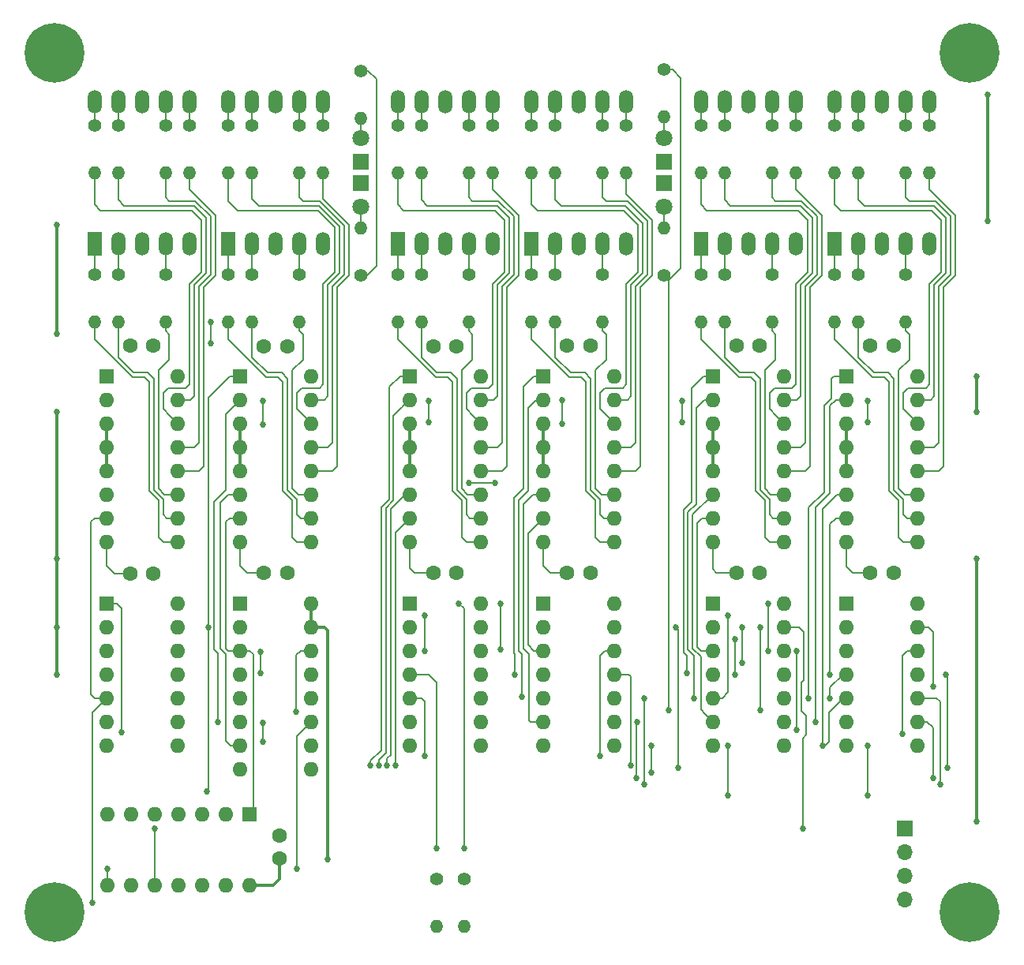
<source format=gbr>
G04 #@! TF.GenerationSoftware,KiCad,Pcbnew,(5.1.8)-1*
G04 #@! TF.CreationDate,2021-01-31T20:23:03-05:00*
G04 #@! TF.ProjectId,TTL_Logic_Clock_revA,54544c5f-4c6f-4676-9963-5f436c6f636b,rev?*
G04 #@! TF.SameCoordinates,Original*
G04 #@! TF.FileFunction,Copper,L1,Top*
G04 #@! TF.FilePolarity,Positive*
%FSLAX46Y46*%
G04 Gerber Fmt 4.6, Leading zero omitted, Abs format (unit mm)*
G04 Created by KiCad (PCBNEW (5.1.8)-1) date 2021-01-31 20:23:03*
%MOMM*%
%LPD*%
G01*
G04 APERTURE LIST*
G04 #@! TA.AperFunction,ComponentPad*
%ADD10O,1.400000X1.400000*%
G04 #@! TD*
G04 #@! TA.AperFunction,ComponentPad*
%ADD11C,1.400000*%
G04 #@! TD*
G04 #@! TA.AperFunction,ComponentPad*
%ADD12O,1.600000X1.600000*%
G04 #@! TD*
G04 #@! TA.AperFunction,ComponentPad*
%ADD13R,1.600000X1.600000*%
G04 #@! TD*
G04 #@! TA.AperFunction,ComponentPad*
%ADD14O,1.700000X1.700000*%
G04 #@! TD*
G04 #@! TA.AperFunction,ComponentPad*
%ADD15R,1.700000X1.700000*%
G04 #@! TD*
G04 #@! TA.AperFunction,ComponentPad*
%ADD16C,6.400000*%
G04 #@! TD*
G04 #@! TA.AperFunction,ComponentPad*
%ADD17R,1.800000X1.800000*%
G04 #@! TD*
G04 #@! TA.AperFunction,ComponentPad*
%ADD18C,1.800000*%
G04 #@! TD*
G04 #@! TA.AperFunction,ComponentPad*
%ADD19C,1.600000*%
G04 #@! TD*
G04 #@! TA.AperFunction,ComponentPad*
%ADD20R,1.524000X2.524000*%
G04 #@! TD*
G04 #@! TA.AperFunction,ComponentPad*
%ADD21O,1.524000X2.524000*%
G04 #@! TD*
G04 #@! TA.AperFunction,ViaPad*
%ADD22C,0.685800*%
G04 #@! TD*
G04 #@! TA.AperFunction,Conductor*
%ADD23C,0.203200*%
G04 #@! TD*
G04 #@! TA.AperFunction,Conductor*
%ADD24C,0.355600*%
G04 #@! TD*
G04 APERTURE END LIST*
D10*
X104394000Y-128651000D03*
D11*
X104394000Y-123571000D03*
D10*
X101473000Y-128651000D03*
D11*
X101473000Y-123571000D03*
D12*
X153045000Y-93980000D03*
X145425000Y-109220000D03*
X153045000Y-96520000D03*
X145425000Y-106680000D03*
X153045000Y-99060000D03*
X145425000Y-104140000D03*
X153045000Y-101600000D03*
X145425000Y-101600000D03*
X153045000Y-104140000D03*
X145425000Y-99060000D03*
X153045000Y-106680000D03*
X145425000Y-96520000D03*
X153045000Y-109220000D03*
D13*
X145425000Y-93980000D03*
D12*
X138694000Y-93980000D03*
X131074000Y-109220000D03*
X138694000Y-96520000D03*
X131074000Y-106680000D03*
X138694000Y-99060000D03*
X131074000Y-104140000D03*
X138694000Y-101600000D03*
X131074000Y-101600000D03*
X138694000Y-104140000D03*
X131074000Y-99060000D03*
X138694000Y-106680000D03*
X131074000Y-96520000D03*
X138694000Y-109220000D03*
D13*
X131074000Y-93980000D03*
X112913000Y-93980000D03*
D12*
X120533000Y-109220000D03*
X112913000Y-96520000D03*
X120533000Y-106680000D03*
X112913000Y-99060000D03*
X120533000Y-104140000D03*
X112913000Y-101600000D03*
X120533000Y-101600000D03*
X112913000Y-104140000D03*
X120533000Y-99060000D03*
X112913000Y-106680000D03*
X120533000Y-96520000D03*
X112913000Y-109220000D03*
X120533000Y-93980000D03*
X153045000Y-69596000D03*
X145425000Y-87376000D03*
X153045000Y-72136000D03*
X145425000Y-84836000D03*
X153045000Y-74676000D03*
X145425000Y-82296000D03*
X153045000Y-77216000D03*
X145425000Y-79756000D03*
X153045000Y-79756000D03*
X145425000Y-77216000D03*
X153045000Y-82296000D03*
X145425000Y-74676000D03*
X153045000Y-84836000D03*
X145425000Y-72136000D03*
X153045000Y-87376000D03*
D13*
X145425000Y-69596000D03*
D12*
X138694000Y-69596000D03*
X131074000Y-87376000D03*
X138694000Y-72136000D03*
X131074000Y-84836000D03*
X138694000Y-74676000D03*
X131074000Y-82296000D03*
X138694000Y-77216000D03*
X131074000Y-79756000D03*
X138694000Y-79756000D03*
X131074000Y-77216000D03*
X138694000Y-82296000D03*
X131074000Y-74676000D03*
X138694000Y-84836000D03*
X131074000Y-72136000D03*
X138694000Y-87376000D03*
D13*
X131074000Y-69596000D03*
D12*
X120533000Y-69596000D03*
X112913000Y-87376000D03*
X120533000Y-72136000D03*
X112913000Y-84836000D03*
X120533000Y-74676000D03*
X112913000Y-82296000D03*
X120533000Y-77216000D03*
X112913000Y-79756000D03*
X120533000Y-79756000D03*
X112913000Y-77216000D03*
X120533000Y-82296000D03*
X112913000Y-74676000D03*
X120533000Y-84836000D03*
X112913000Y-72136000D03*
X120533000Y-87376000D03*
D13*
X112913000Y-69596000D03*
X98562000Y-69596000D03*
D12*
X106182000Y-87376000D03*
X98562000Y-72136000D03*
X106182000Y-84836000D03*
X98562000Y-74676000D03*
X106182000Y-82296000D03*
X98562000Y-77216000D03*
X106182000Y-79756000D03*
X98562000Y-79756000D03*
X106182000Y-77216000D03*
X98562000Y-82296000D03*
X106182000Y-74676000D03*
X98562000Y-84836000D03*
X106182000Y-72136000D03*
X98562000Y-87376000D03*
X106182000Y-69596000D03*
D13*
X80401000Y-93980000D03*
D12*
X88021000Y-111760000D03*
X80401000Y-96520000D03*
X88021000Y-109220000D03*
X80401000Y-99060000D03*
X88021000Y-106680000D03*
X80401000Y-101600000D03*
X88021000Y-104140000D03*
X80401000Y-104140000D03*
X88021000Y-101600000D03*
X80401000Y-106680000D03*
X88021000Y-99060000D03*
X80401000Y-109220000D03*
X88021000Y-96520000D03*
X80401000Y-111760000D03*
X88021000Y-93980000D03*
X88021000Y-69596000D03*
X80401000Y-87376000D03*
X88021000Y-72136000D03*
X80401000Y-84836000D03*
X88021000Y-74676000D03*
X80401000Y-82296000D03*
X88021000Y-77216000D03*
X80401000Y-79756000D03*
X88021000Y-79756000D03*
X80401000Y-77216000D03*
X88021000Y-82296000D03*
X80401000Y-74676000D03*
X88021000Y-84836000D03*
X80401000Y-72136000D03*
X88021000Y-87376000D03*
D13*
X80401000Y-69596000D03*
D12*
X73670000Y-69596000D03*
X66050000Y-87376000D03*
X73670000Y-72136000D03*
X66050000Y-84836000D03*
X73670000Y-74676000D03*
X66050000Y-82296000D03*
X73670000Y-77216000D03*
X66050000Y-79756000D03*
X73670000Y-79756000D03*
X66050000Y-77216000D03*
X73670000Y-82296000D03*
X66050000Y-74676000D03*
X73670000Y-84836000D03*
X66050000Y-72136000D03*
X73670000Y-87376000D03*
D13*
X66050000Y-69596000D03*
D12*
X106182000Y-93980000D03*
X98562000Y-109220000D03*
X106182000Y-96520000D03*
X98562000Y-106680000D03*
X106182000Y-99060000D03*
X98562000Y-104140000D03*
X106182000Y-101600000D03*
X98562000Y-101600000D03*
X106182000Y-104140000D03*
X98562000Y-99060000D03*
X106182000Y-106680000D03*
X98562000Y-96520000D03*
X106182000Y-109220000D03*
D13*
X98562000Y-93980000D03*
X81350000Y-116586000D03*
D12*
X66110000Y-124206000D03*
X78810000Y-116586000D03*
X68650000Y-124206000D03*
X76270000Y-116586000D03*
X71190000Y-124206000D03*
X73730000Y-116586000D03*
X73730000Y-124206000D03*
X71190000Y-116586000D03*
X76270000Y-124206000D03*
X68650000Y-116586000D03*
X78810000Y-124206000D03*
X66110000Y-116586000D03*
X81350000Y-124206000D03*
D13*
X66050000Y-93980000D03*
D12*
X73670000Y-109220000D03*
X66050000Y-96520000D03*
X73670000Y-106680000D03*
X66050000Y-99060000D03*
X73670000Y-104140000D03*
X66050000Y-101600000D03*
X73670000Y-101600000D03*
X66050000Y-104140000D03*
X73670000Y-99060000D03*
X66050000Y-106680000D03*
X73670000Y-96520000D03*
X66050000Y-109220000D03*
X73670000Y-93980000D03*
D10*
X125857000Y-53721000D03*
D11*
X125857000Y-58801000D03*
D10*
X125857000Y-41783000D03*
D11*
X125857000Y-36703000D03*
D10*
X93345000Y-53721000D03*
D11*
X93345000Y-58801000D03*
D10*
X93345000Y-41910000D03*
D11*
X93345000Y-36830000D03*
D10*
X144145000Y-47752000D03*
D11*
X144145000Y-42672000D03*
D10*
X146685000Y-47752000D03*
D11*
X146685000Y-42672000D03*
D10*
X144145000Y-63754000D03*
D11*
X144145000Y-58674000D03*
D10*
X146685000Y-63754000D03*
D11*
X146685000Y-58674000D03*
D10*
X151765000Y-63754000D03*
D11*
X151765000Y-58674000D03*
D10*
X154305000Y-47752000D03*
D11*
X154305000Y-42672000D03*
D10*
X151765000Y-47752000D03*
D11*
X151765000Y-42672000D03*
D10*
X129794000Y-47752000D03*
D11*
X129794000Y-42672000D03*
D10*
X132334000Y-47752000D03*
D11*
X132334000Y-42672000D03*
D10*
X129794000Y-63754000D03*
D11*
X129794000Y-58674000D03*
D10*
X132334000Y-63754000D03*
D11*
X132334000Y-58674000D03*
D10*
X137414000Y-63754000D03*
D11*
X137414000Y-58674000D03*
D10*
X139954000Y-47752000D03*
D11*
X139954000Y-42672000D03*
D10*
X137414000Y-47752000D03*
D11*
X137414000Y-42672000D03*
D10*
X111633000Y-47752000D03*
D11*
X111633000Y-42672000D03*
D10*
X114173000Y-47752000D03*
D11*
X114173000Y-42672000D03*
X111633000Y-58674000D03*
D10*
X111633000Y-63754000D03*
D11*
X114173000Y-58674000D03*
D10*
X114173000Y-63754000D03*
D11*
X119253000Y-58674000D03*
D10*
X119253000Y-63754000D03*
X121793000Y-47752000D03*
D11*
X121793000Y-42672000D03*
D10*
X119253000Y-47752000D03*
D11*
X119253000Y-42672000D03*
D10*
X97282000Y-47752000D03*
D11*
X97282000Y-42672000D03*
D10*
X99822000Y-47752000D03*
D11*
X99822000Y-42672000D03*
D10*
X97282000Y-63754000D03*
D11*
X97282000Y-58674000D03*
D10*
X99822000Y-63754000D03*
D11*
X99822000Y-58674000D03*
D10*
X104902000Y-63754000D03*
D11*
X104902000Y-58674000D03*
D10*
X107442000Y-47752000D03*
D11*
X107442000Y-42672000D03*
D10*
X104902000Y-47752000D03*
D11*
X104902000Y-42672000D03*
D10*
X79121000Y-47752000D03*
D11*
X79121000Y-42672000D03*
D10*
X81661000Y-47752000D03*
D11*
X81661000Y-42672000D03*
D10*
X79121000Y-63754000D03*
D11*
X79121000Y-58674000D03*
D10*
X81661000Y-63754000D03*
D11*
X81661000Y-58674000D03*
D10*
X86741000Y-63754000D03*
D11*
X86741000Y-58674000D03*
D10*
X89281000Y-47752000D03*
D11*
X89281000Y-42672000D03*
D10*
X86741000Y-47752000D03*
D11*
X86741000Y-42672000D03*
D10*
X64770000Y-47752000D03*
D11*
X64770000Y-42672000D03*
D10*
X67310000Y-47752000D03*
D11*
X67310000Y-42672000D03*
X64770000Y-58674000D03*
D10*
X64770000Y-63754000D03*
D11*
X67310000Y-58674000D03*
D10*
X67310000Y-63754000D03*
D11*
X72390000Y-58674000D03*
D10*
X72390000Y-63754000D03*
X74930000Y-47752000D03*
D11*
X74930000Y-42672000D03*
D10*
X72390000Y-47752000D03*
D11*
X72390000Y-42672000D03*
D14*
X151638000Y-125730000D03*
X151638000Y-123190000D03*
X151638000Y-120650000D03*
D15*
X151638000Y-118110000D03*
D16*
X158623000Y-127127000D03*
X60452000Y-127127000D03*
X158623000Y-34925000D03*
X60452000Y-34925000D03*
D17*
X125857000Y-48895000D03*
D18*
X125857000Y-51435000D03*
X125857000Y-44069000D03*
D17*
X125857000Y-46609000D03*
D18*
X93345000Y-51435000D03*
D17*
X93345000Y-48895000D03*
X93345000Y-46609000D03*
D18*
X93345000Y-44069000D03*
D19*
X147975000Y-66294000D03*
X150475000Y-66294000D03*
X133624000Y-66357500D03*
X136124000Y-66357500D03*
X115463000Y-66357500D03*
X117963000Y-66357500D03*
X101112000Y-66421000D03*
X103612000Y-66421000D03*
X82951000Y-90678000D03*
X85451000Y-90678000D03*
X82951000Y-66421000D03*
X85451000Y-66421000D03*
X68600000Y-66294000D03*
X71100000Y-66294000D03*
X103612000Y-90678000D03*
X101112000Y-90678000D03*
X150475000Y-90678000D03*
X147975000Y-90678000D03*
X136124000Y-90678000D03*
X133624000Y-90678000D03*
X115463000Y-90678000D03*
X117963000Y-90678000D03*
X84582000Y-118872000D03*
X84582000Y-121372000D03*
X71100000Y-90805000D03*
X68600000Y-90805000D03*
D20*
X129794000Y-55384700D03*
D21*
X132334000Y-55384700D03*
X134874000Y-55384700D03*
X137414000Y-55384700D03*
X139954000Y-55384700D03*
X139954000Y-40144700D03*
X137414000Y-40144700D03*
X134874000Y-40144700D03*
X132334000Y-40144700D03*
X129794000Y-40144700D03*
D20*
X111633000Y-55384700D03*
D21*
X114173000Y-55384700D03*
X116713000Y-55384700D03*
X119253000Y-55384700D03*
X121793000Y-55384700D03*
X121793000Y-40144700D03*
X119253000Y-40144700D03*
X116713000Y-40144700D03*
X114173000Y-40144700D03*
X111633000Y-40144700D03*
D20*
X97282000Y-55384700D03*
D21*
X99822000Y-55384700D03*
X102362000Y-55384700D03*
X104902000Y-55384700D03*
X107442000Y-55384700D03*
X107442000Y-40144700D03*
X104902000Y-40144700D03*
X102362000Y-40144700D03*
X99822000Y-40144700D03*
X97282000Y-40144700D03*
D20*
X79121000Y-55384700D03*
D21*
X81661000Y-55384700D03*
X84201000Y-55384700D03*
X86741000Y-55384700D03*
X89281000Y-55384700D03*
X89281000Y-40144700D03*
X86741000Y-40144700D03*
X84201000Y-40144700D03*
X81661000Y-40144700D03*
X79121000Y-40144700D03*
D20*
X64770000Y-55384700D03*
D21*
X67310000Y-55384700D03*
X69850000Y-55384700D03*
X72390000Y-55384700D03*
X74930000Y-55384700D03*
X74930000Y-40144700D03*
X72390000Y-40144700D03*
X69850000Y-40144700D03*
X67310000Y-40144700D03*
X64770000Y-40144700D03*
D20*
X144145000Y-55384700D03*
D21*
X146685000Y-55384700D03*
X149225000Y-55384700D03*
X151765000Y-55384700D03*
X154305000Y-55384700D03*
X154305000Y-40144700D03*
X151765000Y-40144700D03*
X149225000Y-40144700D03*
X146685000Y-40144700D03*
X144145000Y-40144700D03*
D22*
X160528000Y-39370000D03*
X160528000Y-52958996D03*
X60706000Y-53340002D03*
X60706000Y-65023998D03*
X159385000Y-69596000D03*
X159385000Y-73406000D03*
X60706000Y-73406000D03*
X60706000Y-89154000D03*
X60706000Y-101600000D03*
X89789000Y-121412000D03*
X159384996Y-89154000D03*
X159384996Y-117347998D03*
X60706000Y-96520000D03*
X82804000Y-74803000D03*
X82804000Y-72263000D03*
X77216000Y-63754000D03*
X77216000Y-66040000D03*
X100584000Y-72263000D03*
X100584000Y-74549000D03*
X114935000Y-72136000D03*
X114935000Y-74676000D03*
X104902000Y-81026000D03*
X107696000Y-81026000D03*
X132715000Y-109220000D03*
X132715000Y-114554000D03*
X147701000Y-109220000D03*
X147701000Y-114554000D03*
X108331000Y-93980000D03*
X108331000Y-98933000D03*
X127762000Y-72263000D03*
X127762008Y-74549000D03*
X82550000Y-99187000D03*
X82550000Y-101473000D03*
X82804000Y-106807000D03*
X82804000Y-108839000D03*
X147701000Y-72263000D03*
X147701000Y-74549000D03*
X136144000Y-96520000D03*
X136144000Y-105410000D03*
X126365000Y-105410000D03*
X140716000Y-118110000D03*
X64516000Y-126111006D03*
X66110000Y-122498002D03*
X86487000Y-122428000D03*
X67691000Y-107823000D03*
X71247000Y-118110000D03*
X76949290Y-96520000D03*
X76835000Y-114173000D03*
X156083000Y-101600000D03*
X156210000Y-111633000D03*
X127381000Y-111633000D03*
X127127000Y-96520000D03*
X151384000Y-107950000D03*
X118999000Y-110362992D03*
X100203008Y-110362992D03*
X110617000Y-104013000D03*
X97027979Y-111386666D03*
X122250183Y-111379000D03*
X109855000Y-101600000D03*
X154686000Y-102870000D03*
X94361000Y-111379000D03*
X123698000Y-113411000D03*
X123698000Y-104139988D03*
X155448000Y-113411000D03*
X95250000Y-111379000D03*
X122897899Y-112763290D03*
X122923292Y-106718101D03*
X154673290Y-112763290D03*
X96139000Y-111379000D03*
X124460000Y-109220000D03*
X124462541Y-112115580D03*
X100203000Y-99060000D03*
X100203000Y-95250000D03*
X142875000Y-109220000D03*
X142113000Y-106680000D03*
X141351000Y-104140000D03*
X143637000Y-104140000D03*
X128270000Y-101473000D03*
X133477000Y-97790000D03*
X133477000Y-101600000D03*
X143637000Y-101600000D03*
X129031966Y-104140000D03*
X132715012Y-95250000D03*
X86398199Y-105575199D03*
X77978000Y-106680000D03*
X137033000Y-93980000D03*
X137033000Y-99060000D03*
X140081000Y-99060000D03*
X140081000Y-107569000D03*
X134239000Y-100330000D03*
X134239000Y-96520000D03*
X101473000Y-120269000D03*
X104394000Y-120269000D03*
X103822500Y-93980000D03*
D23*
X64770000Y-55384700D02*
X64770000Y-56849900D01*
X64770000Y-56849900D02*
X64770000Y-58674000D01*
X67310000Y-55384700D02*
X67310000Y-56849900D01*
X67310000Y-56849900D02*
X67310000Y-58674000D01*
X72390000Y-56849900D02*
X72390000Y-58674000D01*
X72390000Y-55384700D02*
X72390000Y-56849900D01*
X74930000Y-40144700D02*
X74930000Y-42672000D01*
X72390000Y-40144700D02*
X72390000Y-42672000D01*
X67310000Y-40144700D02*
X67310000Y-42672000D01*
X64770000Y-40144700D02*
X64770000Y-42672000D01*
X79121000Y-55384700D02*
X79121000Y-56849900D01*
X79121000Y-56849900D02*
X79121000Y-58674000D01*
X81661000Y-56849900D02*
X81661000Y-58674000D01*
X81661000Y-55384700D02*
X81661000Y-56849900D01*
X86741000Y-55384700D02*
X86741000Y-56849900D01*
X86741000Y-56849900D02*
X86741000Y-58674000D01*
X89281000Y-40144700D02*
X89281000Y-42672000D01*
X86741000Y-40144700D02*
X86741000Y-42672000D01*
X81661000Y-40144700D02*
X81661000Y-42672000D01*
X79121000Y-40144700D02*
X79121000Y-42672000D01*
X97282000Y-55384700D02*
X97282000Y-56849900D01*
X97282000Y-56849900D02*
X97282000Y-58674000D01*
X99822000Y-55384700D02*
X99822000Y-56849900D01*
X99822000Y-56849900D02*
X99822000Y-58674000D01*
X104902000Y-56849900D02*
X104902000Y-58674000D01*
X104902000Y-55384700D02*
X104902000Y-56849900D01*
X107442000Y-40144700D02*
X107442000Y-42672000D01*
X104902000Y-40144700D02*
X104902000Y-42672000D01*
X99822000Y-40144700D02*
X99822000Y-42672000D01*
X97282000Y-40144700D02*
X97282000Y-42672000D01*
X111633000Y-55384700D02*
X111633000Y-56849900D01*
X111633000Y-56849900D02*
X111633000Y-58674000D01*
X114173000Y-56849900D02*
X114173000Y-58674000D01*
X114173000Y-55384700D02*
X114173000Y-56849900D01*
X119253000Y-55384700D02*
X119253000Y-56849900D01*
X119253000Y-56849900D02*
X119253000Y-58674000D01*
X121793000Y-40144700D02*
X121793000Y-42672000D01*
X119253000Y-40144700D02*
X119253000Y-42672000D01*
X114173000Y-40144700D02*
X114173000Y-42672000D01*
X111633000Y-40144700D02*
X111633000Y-42672000D01*
X129794000Y-55384700D02*
X129794000Y-56849900D01*
X129794000Y-56849900D02*
X129794000Y-58674000D01*
X132334000Y-56849900D02*
X132334000Y-58674000D01*
X132334000Y-55384700D02*
X132334000Y-56849900D01*
X137414000Y-56849900D02*
X137414000Y-58674000D01*
X137414000Y-55384700D02*
X137414000Y-56849900D01*
X139954000Y-40144700D02*
X139954000Y-42672000D01*
X137414000Y-40144700D02*
X137414000Y-42672000D01*
X132334000Y-40144700D02*
X132334000Y-42672000D01*
X129794000Y-40144700D02*
X129794000Y-42672000D01*
X144145000Y-56849900D02*
X144145000Y-58674000D01*
X144145000Y-55384700D02*
X144145000Y-56849900D01*
X146685000Y-56849900D02*
X146685000Y-58674000D01*
X146685000Y-55384700D02*
X146685000Y-56849900D01*
X151765000Y-56849900D02*
X151765000Y-58674000D01*
X151765000Y-55384700D02*
X151765000Y-56849900D01*
X154305000Y-40144700D02*
X154305000Y-42672000D01*
X151765000Y-40144700D02*
X151765000Y-42672000D01*
X146685000Y-40144700D02*
X146685000Y-42672000D01*
X144145000Y-40144700D02*
X144145000Y-42672000D01*
D24*
X160528000Y-39370000D02*
X160528000Y-52958996D01*
X80401000Y-75807370D02*
X80401000Y-77216000D01*
X80401000Y-74676000D02*
X80401000Y-75807370D01*
X80401000Y-77216000D02*
X80401000Y-78347370D01*
X80401000Y-78347370D02*
X80401000Y-79756000D01*
X66050000Y-74676000D02*
X66050000Y-75807370D01*
X66050000Y-75807370D02*
X66050000Y-77216000D01*
X66050000Y-77216000D02*
X66050000Y-79756000D01*
X112913000Y-75807370D02*
X112913000Y-77216000D01*
X112913000Y-74676000D02*
X112913000Y-75807370D01*
X112913000Y-77216000D02*
X112913000Y-78347370D01*
X112913000Y-78347370D02*
X112913000Y-79756000D01*
X98562000Y-74676000D02*
X98562000Y-75807370D01*
X98562000Y-75807370D02*
X98562000Y-77216000D01*
X98562000Y-77216000D02*
X98562000Y-79756000D01*
X145425000Y-75807370D02*
X145425000Y-77216000D01*
X145425000Y-74676000D02*
X145425000Y-75807370D01*
X145425000Y-77216000D02*
X145425000Y-79756000D01*
X131074000Y-75807370D02*
X131074000Y-77216000D01*
X131074000Y-74676000D02*
X131074000Y-75807370D01*
X131074000Y-78347370D02*
X131074000Y-79756000D01*
X131074000Y-77216000D02*
X131074000Y-78347370D01*
X60706000Y-53340002D02*
X60706000Y-65023998D01*
X159385000Y-69596000D02*
X159385000Y-73406000D01*
X60706000Y-73406000D02*
X60706000Y-89154000D01*
X88021000Y-93980000D02*
X88021000Y-96520000D01*
X60706000Y-89154000D02*
X60706000Y-101600000D01*
X88021000Y-96520000D02*
X89408000Y-96520000D01*
X89408000Y-96520000D02*
X89789000Y-96901000D01*
X89789000Y-96901000D02*
X89789000Y-121412000D01*
X84582000Y-123571000D02*
X84582000Y-121372000D01*
X83947000Y-124206000D02*
X84582000Y-123571000D01*
X81350000Y-124206000D02*
X83947000Y-124206000D01*
X159384996Y-89154000D02*
X159384996Y-117347998D01*
X159384996Y-117347998D02*
X159385000Y-117348002D01*
X159384996Y-117347998D02*
X159384996Y-117347998D01*
D23*
X146050000Y-90678000D02*
X147975000Y-90678000D01*
X145425000Y-90053000D02*
X146050000Y-90678000D01*
X145425000Y-87376000D02*
X145425000Y-90053000D01*
X131074000Y-87376000D02*
X131074000Y-90307000D01*
X131445000Y-90678000D02*
X133624000Y-90678000D01*
X131074000Y-90307000D02*
X131445000Y-90678000D01*
X112913000Y-87376000D02*
X112913000Y-89926000D01*
X113665000Y-90678000D02*
X115463000Y-90678000D01*
X112913000Y-89926000D02*
X113665000Y-90678000D01*
X98562000Y-87376000D02*
X98562000Y-90180000D01*
X99060000Y-90678000D02*
X101112000Y-90678000D01*
X98562000Y-90180000D02*
X99060000Y-90678000D01*
X80401000Y-87376000D02*
X80401000Y-89926000D01*
X81153000Y-90678000D02*
X82951000Y-90678000D01*
X80401000Y-89926000D02*
X81153000Y-90678000D01*
X66050000Y-87376000D02*
X66050000Y-89926000D01*
X66929000Y-90805000D02*
X68600000Y-90805000D01*
X66050000Y-89926000D02*
X66929000Y-90805000D01*
X82804000Y-74803000D02*
X82804000Y-72263000D01*
X77216000Y-63754000D02*
X77216000Y-66040000D01*
X100584000Y-72263000D02*
X100584000Y-74549000D01*
X114935000Y-72136000D02*
X114935000Y-74676000D01*
X104902000Y-81026000D02*
X107696000Y-81026000D01*
X132715000Y-109220000D02*
X132715000Y-114554000D01*
X147701000Y-109220000D02*
X147701000Y-114554000D01*
X108331000Y-93980000D02*
X108331000Y-98933000D01*
X127762000Y-72263000D02*
X127762000Y-74548992D01*
X127762000Y-74548992D02*
X127762008Y-74549000D01*
X82550000Y-99187000D02*
X82550000Y-101473000D01*
X82804000Y-106807000D02*
X82804000Y-108839000D01*
X147701000Y-72263000D02*
X147701000Y-74549000D01*
X93345000Y-44069000D02*
X93345000Y-41910000D01*
X93345000Y-53721000D02*
X93345000Y-51435000D01*
X125857000Y-44069000D02*
X125857000Y-41783000D01*
X125857000Y-53721000D02*
X125857000Y-51435000D01*
X136144000Y-96520000D02*
X136144000Y-105410000D01*
X136144000Y-105410000D02*
X136144000Y-105410000D01*
X126365000Y-59309000D02*
X125857000Y-58801000D01*
X126365000Y-105410000D02*
X126365000Y-59309000D01*
X140716000Y-118110000D02*
X140716000Y-108458000D01*
X140716000Y-108458000D02*
X141097000Y-108077000D01*
X141097000Y-108077000D02*
X141097000Y-106045000D01*
X141097000Y-106045000D02*
X140589000Y-105537000D01*
X140589000Y-105537000D02*
X140589000Y-102489000D01*
X140589000Y-102489000D02*
X140843000Y-102235000D01*
X140843000Y-102235000D02*
X140843000Y-97028000D01*
X140335000Y-96520000D02*
X138694000Y-96520000D01*
X140843000Y-97028000D02*
X140335000Y-96520000D01*
X126746000Y-36703000D02*
X125857000Y-36703000D01*
X127635000Y-37592000D02*
X126746000Y-36703000D01*
X127635000Y-58039000D02*
X127635000Y-37592000D01*
X126365000Y-59309000D02*
X127635000Y-58039000D01*
X93980000Y-58801000D02*
X93345000Y-58801000D01*
X94996000Y-57785000D02*
X93980000Y-58801000D01*
X94996000Y-37719000D02*
X94996000Y-57785000D01*
X94107000Y-36830000D02*
X94996000Y-37719000D01*
X93345000Y-36830000D02*
X94107000Y-36830000D01*
X64770000Y-104140000D02*
X66050000Y-104140000D01*
X64389000Y-103759000D02*
X64770000Y-104140000D01*
X64389000Y-85217000D02*
X64389000Y-103759000D01*
X64770000Y-84836000D02*
X64389000Y-85217000D01*
X66050000Y-84836000D02*
X64770000Y-84836000D01*
X66050000Y-104140000D02*
X64516000Y-105674000D01*
X64516000Y-105674000D02*
X64516000Y-126111006D01*
X66110000Y-124206000D02*
X66110000Y-122498002D01*
X88021000Y-106680000D02*
X86487000Y-108214000D01*
X86487000Y-108214000D02*
X86487000Y-122428000D01*
X67183000Y-93980000D02*
X66050000Y-93980000D01*
X67691000Y-94488000D02*
X67183000Y-93980000D01*
X67691000Y-107823000D02*
X67691000Y-94488000D01*
X71247000Y-124149000D02*
X71190000Y-124206000D01*
X71247000Y-118110000D02*
X71247000Y-124149000D01*
X76949290Y-71894710D02*
X76949290Y-96520000D01*
X79248000Y-69596000D02*
X76949290Y-71894710D01*
X80401000Y-69596000D02*
X79248000Y-69596000D01*
X76962000Y-96532710D02*
X76949290Y-96520000D01*
X76962000Y-114046000D02*
X76962000Y-96532710D01*
X76835000Y-114173000D02*
X76962000Y-114046000D01*
X78867000Y-98806000D02*
X79121000Y-99060000D01*
X80401000Y-84836000D02*
X79248000Y-84836000D01*
X79121000Y-99060000D02*
X80401000Y-99060000D01*
X78867000Y-85217000D02*
X78867000Y-98806000D01*
X79248000Y-84836000D02*
X78867000Y-85217000D01*
X81407000Y-99060000D02*
X80401000Y-99060000D01*
X81788000Y-99441000D02*
X81407000Y-99060000D01*
X81788000Y-116148000D02*
X81788000Y-99441000D01*
X81350000Y-116586000D02*
X81788000Y-116148000D01*
X156210000Y-101727000D02*
X156210000Y-111633000D01*
X156083000Y-101600000D02*
X156210000Y-101727000D01*
X127381000Y-111633000D02*
X127381000Y-96774000D01*
X127381000Y-96774000D02*
X127127000Y-96520000D01*
X111506000Y-106680000D02*
X112913000Y-106680000D01*
X111379000Y-106553000D02*
X111506000Y-106680000D01*
X111781630Y-82296000D02*
X110744000Y-83333630D01*
X110744000Y-98806000D02*
X111379000Y-99441000D01*
X112913000Y-82296000D02*
X111781630Y-82296000D01*
X110744000Y-83333630D02*
X110744000Y-98806000D01*
X111379000Y-99441000D02*
X111379000Y-106553000D01*
X151892000Y-99060000D02*
X153045000Y-99060000D01*
X151384000Y-99568000D02*
X151892000Y-99060000D01*
X151384000Y-107950000D02*
X151384000Y-99568000D01*
X118999000Y-99568000D02*
X118999000Y-110362992D01*
X119507000Y-99060000D02*
X118999000Y-99568000D01*
X120533000Y-99060000D02*
X119507000Y-99060000D01*
X99822000Y-104140000D02*
X98562000Y-104140000D01*
X100203008Y-104521008D02*
X99822000Y-104140000D01*
X100203008Y-110362992D02*
X100203008Y-104521008D01*
X110236000Y-99060000D02*
X110617000Y-99441000D01*
X112141000Y-72136000D02*
X111252000Y-73025000D01*
X110617000Y-99441000D02*
X110617000Y-104013000D01*
X112913000Y-72136000D02*
X112141000Y-72136000D01*
X110236000Y-82931000D02*
X110236000Y-99060000D01*
X111252000Y-73025000D02*
X111252000Y-81915000D01*
X111252000Y-81915000D02*
X110236000Y-82931000D01*
X98562000Y-84836000D02*
X97027979Y-86370021D01*
X97027979Y-86370021D02*
X97027979Y-110901733D01*
X97027979Y-110901733D02*
X97027979Y-111386666D01*
X122250183Y-101803183D02*
X122250183Y-111379000D01*
X120533000Y-101600000D02*
X122047000Y-101600000D01*
X122047000Y-101600000D02*
X122250183Y-101803183D01*
X111909800Y-69596000D02*
X110744000Y-70761800D01*
X112913000Y-69596000D02*
X111909800Y-69596000D01*
X109728000Y-99314000D02*
X109855000Y-99441000D01*
X110744000Y-70761800D02*
X110744000Y-81661000D01*
X109855000Y-99441000D02*
X109855000Y-101600000D01*
X109728000Y-82677000D02*
X109728000Y-99314000D01*
X110744000Y-81661000D02*
X109728000Y-82677000D01*
X154178000Y-96520000D02*
X153045000Y-96520000D01*
X154686000Y-97028000D02*
X154178000Y-96520000D01*
X154686000Y-102870000D02*
X154686000Y-97028000D01*
X96393000Y-70761800D02*
X97558800Y-69596000D01*
X95504000Y-109751067D02*
X95504000Y-83686499D01*
X94361000Y-110894067D02*
X95504000Y-109751067D01*
X95504000Y-83686499D02*
X96393000Y-82797499D01*
X97558800Y-69596000D02*
X98562000Y-69596000D01*
X94361000Y-111379000D02*
X94361000Y-110894067D01*
X96393000Y-82797499D02*
X96393000Y-70761800D01*
X123698000Y-113411000D02*
X123698000Y-104139988D01*
X155448000Y-104521000D02*
X155067000Y-104140000D01*
X155067000Y-104140000D02*
X153045000Y-104140000D01*
X155448000Y-113411000D02*
X155448000Y-104521000D01*
X111887000Y-99060000D02*
X112913000Y-99060000D01*
X111277411Y-98450411D02*
X111887000Y-99060000D01*
X112913000Y-84836000D02*
X111277411Y-86471589D01*
X111277411Y-86471589D02*
X111277411Y-98450411D01*
X97762001Y-72935999D02*
X98562000Y-72136000D01*
X96799411Y-82965839D02*
X96799411Y-73898589D01*
X95250000Y-110744000D02*
X96012000Y-109982000D01*
X96799411Y-73898589D02*
X97762001Y-72935999D01*
X95250000Y-111379000D02*
X95250000Y-110744000D01*
X96012000Y-109982000D02*
X96012000Y-83753250D01*
X96012000Y-83753250D02*
X96799411Y-82965839D01*
X122897899Y-106743494D02*
X122923292Y-106718101D01*
X122897899Y-112763290D02*
X122897899Y-106743494D01*
X154051000Y-106680000D02*
X153045000Y-106680000D01*
X154673290Y-107302290D02*
X154051000Y-106680000D01*
X154673290Y-112763290D02*
X154673290Y-107302290D01*
X96520000Y-110236000D02*
X96520000Y-83820000D01*
X96139000Y-111379000D02*
X96139000Y-110617000D01*
X96520000Y-83820000D02*
X98044000Y-82296000D01*
X98044000Y-82296000D02*
X98562000Y-82296000D01*
X96139000Y-110617000D02*
X96520000Y-110236000D01*
X124460000Y-109220000D02*
X124460000Y-112113039D01*
X124460000Y-112113039D02*
X124462541Y-112115580D01*
X100203000Y-99060000D02*
X100203000Y-95250000D01*
X142875000Y-83820000D02*
X143764000Y-82931000D01*
X142875000Y-109220000D02*
X142875000Y-83820000D01*
X143764000Y-82916889D02*
X144384889Y-82296000D01*
X143764000Y-82931000D02*
X143764000Y-82916889D01*
X144384889Y-82296000D02*
X145425000Y-82296000D01*
X145034000Y-104140000D02*
X145425000Y-104140000D01*
X143510000Y-108839000D02*
X143510000Y-105664000D01*
X143510000Y-105664000D02*
X145034000Y-104140000D01*
X142875000Y-109220000D02*
X143129000Y-109220000D01*
X143129000Y-109220000D02*
X143510000Y-108839000D01*
X142113000Y-83693000D02*
X142113000Y-106680000D01*
X143637000Y-82169000D02*
X142113000Y-83693000D01*
X145425000Y-72136000D02*
X144293630Y-72136000D01*
X143637000Y-72792630D02*
X143637000Y-82169000D01*
X144293630Y-72136000D02*
X143637000Y-72792630D01*
X129794000Y-99060000D02*
X131074000Y-99060000D01*
X129413000Y-85365630D02*
X129413000Y-98679000D01*
X131074000Y-84836000D02*
X129942630Y-84836000D01*
X129413000Y-98679000D02*
X129794000Y-99060000D01*
X129942630Y-84836000D02*
X129413000Y-85365630D01*
X141351000Y-83693000D02*
X141351000Y-104140000D01*
X143002000Y-82042000D02*
X141351000Y-83693000D01*
X145425000Y-69596000D02*
X144018000Y-69596000D01*
X143764000Y-69850000D02*
X143764000Y-72009000D01*
X143764000Y-72009000D02*
X143002000Y-72771000D01*
X144018000Y-69596000D02*
X143764000Y-69850000D01*
X143002000Y-72771000D02*
X143002000Y-82042000D01*
X145034000Y-101600000D02*
X145425000Y-101600000D01*
X143637000Y-104140000D02*
X143637000Y-102997000D01*
X143637000Y-102997000D02*
X145034000Y-101600000D01*
X133477000Y-97790000D02*
X133477000Y-98274933D01*
X133477000Y-98274933D02*
X133477000Y-101600000D01*
X128778000Y-70888800D02*
X130070800Y-69596000D01*
X128270000Y-99568000D02*
X127927101Y-99225101D01*
X130070800Y-69596000D02*
X131074000Y-69596000D01*
X128270000Y-101473000D02*
X128270000Y-99568000D01*
X127927101Y-83908899D02*
X128778000Y-83058000D01*
X127927101Y-99225101D02*
X127927101Y-83908899D01*
X128778000Y-83058000D02*
X128778000Y-70888800D01*
X144293630Y-84836000D02*
X143637000Y-85492630D01*
X145425000Y-84836000D02*
X144293630Y-84836000D01*
X143637000Y-85492630D02*
X143637000Y-101600000D01*
X129031966Y-99567966D02*
X129031966Y-104140000D01*
X128397000Y-98933000D02*
X129031966Y-99567966D01*
X131074000Y-72136000D02*
X130175000Y-72136000D01*
X130175000Y-72136000D02*
X129291000Y-73020000D01*
X129291000Y-73020000D02*
X129291000Y-83307000D01*
X128397000Y-84201000D02*
X128397000Y-98933000D01*
X129291000Y-83307000D02*
X128397000Y-84201000D01*
X132715012Y-103504988D02*
X132715012Y-95734933D01*
X131074000Y-104140000D02*
X132080000Y-104140000D01*
X132715012Y-95734933D02*
X132715012Y-95250000D01*
X132080000Y-104140000D02*
X132715012Y-103504988D01*
X130274001Y-105880001D02*
X131074000Y-106680000D01*
X128905000Y-84465000D02*
X128905000Y-98806000D01*
X131074000Y-82296000D02*
X128905000Y-84465000D01*
X128905000Y-98806000D02*
X129794000Y-99695000D01*
X129794000Y-105400000D02*
X130274001Y-105880001D01*
X129794000Y-99695000D02*
X129794000Y-105400000D01*
X86398199Y-105575199D02*
X86398199Y-99529801D01*
X86398199Y-99529801D02*
X86868000Y-99060000D01*
X86868000Y-99060000D02*
X88021000Y-99060000D01*
X78867000Y-108712000D02*
X79375000Y-109220000D01*
X79121000Y-82296000D02*
X78232000Y-83185000D01*
X78232000Y-98806000D02*
X78867000Y-99441000D01*
X79375000Y-109220000D02*
X80401000Y-109220000D01*
X78232000Y-83185000D02*
X78232000Y-98806000D01*
X80401000Y-82296000D02*
X79121000Y-82296000D01*
X78867000Y-99441000D02*
X78867000Y-108712000D01*
X78867000Y-81788000D02*
X77597000Y-83058000D01*
X77978000Y-99314000D02*
X77978000Y-106680000D01*
X77597000Y-98933000D02*
X77978000Y-99314000D01*
X80401000Y-72136000D02*
X78867000Y-73670000D01*
X77597000Y-83058000D02*
X77597000Y-98933000D01*
X78867000Y-73670000D02*
X78867000Y-81788000D01*
X75438000Y-77216000D02*
X73670000Y-77216000D01*
X75946000Y-59944000D02*
X75946000Y-76708000D01*
X72390000Y-50419000D02*
X72771000Y-50800000D01*
X77216000Y-58674000D02*
X75946000Y-59944000D01*
X72390000Y-47752000D02*
X72390000Y-50419000D01*
X77216000Y-52451000D02*
X77216000Y-58674000D01*
X72771000Y-50800000D02*
X75565000Y-50800000D01*
X75565000Y-50800000D02*
X77216000Y-52451000D01*
X75946000Y-76708000D02*
X75438000Y-77216000D01*
X74930000Y-49530000D02*
X77724000Y-52324000D01*
X76454000Y-79248000D02*
X75946000Y-79756000D01*
X77724000Y-58801000D02*
X76454000Y-60071000D01*
X77724000Y-52324000D02*
X77724000Y-58801000D01*
X75946000Y-79756000D02*
X73670000Y-79756000D01*
X76454000Y-60071000D02*
X76454000Y-79248000D01*
X74930000Y-47752000D02*
X74930000Y-49530000D01*
X72390000Y-63754000D02*
X72390000Y-64743949D01*
X71628000Y-68961000D02*
X71628000Y-81661000D01*
X72771000Y-67818000D02*
X71628000Y-68961000D01*
X72263000Y-82296000D02*
X73670000Y-82296000D01*
X72771000Y-65124949D02*
X72771000Y-67818000D01*
X72390000Y-64743949D02*
X72771000Y-65124949D01*
X71628000Y-81661000D02*
X72263000Y-82296000D01*
X68961000Y-69215000D02*
X70485000Y-69215000D01*
X71120000Y-81788000D02*
X72136000Y-82804000D01*
X67310000Y-67564000D02*
X68961000Y-69215000D01*
X71120000Y-69850000D02*
X71120000Y-81788000D01*
X72517000Y-84836000D02*
X73670000Y-84836000D01*
X67310000Y-63754000D02*
X67310000Y-67564000D01*
X72136000Y-82804000D02*
X72136000Y-84455000D01*
X72136000Y-84455000D02*
X72517000Y-84836000D01*
X70485000Y-69215000D02*
X71120000Y-69850000D01*
X70612000Y-81915000D02*
X71628000Y-82931000D01*
X64770000Y-65659000D02*
X68834000Y-69723000D01*
X64770000Y-63754000D02*
X64770000Y-65659000D01*
X72136000Y-87376000D02*
X73670000Y-87376000D01*
X70612000Y-70231000D02*
X70612000Y-81915000D01*
X70104000Y-69723000D02*
X70612000Y-70231000D01*
X71628000Y-82931000D02*
X71628000Y-86868000D01*
X71628000Y-86868000D02*
X72136000Y-87376000D01*
X68834000Y-69723000D02*
X70104000Y-69723000D01*
X75438000Y-71755000D02*
X75057000Y-72136000D01*
X76708000Y-58547000D02*
X75438000Y-59817000D01*
X67310000Y-47752000D02*
X67310000Y-50673000D01*
X76708000Y-52578000D02*
X76708000Y-58547000D01*
X75438000Y-51308000D02*
X76708000Y-52578000D01*
X67945000Y-51308000D02*
X75438000Y-51308000D01*
X75057000Y-72136000D02*
X74801370Y-72136000D01*
X74801370Y-72136000D02*
X73670000Y-72136000D01*
X67310000Y-50673000D02*
X67945000Y-51308000D01*
X75438000Y-59817000D02*
X75438000Y-71755000D01*
X72136000Y-73142000D02*
X72870001Y-73876001D01*
X65405000Y-51816000D02*
X75184000Y-51816000D01*
X72644000Y-70866000D02*
X72136000Y-71374000D01*
X76200000Y-52832000D02*
X76200000Y-58480250D01*
X74549000Y-70866000D02*
X72644000Y-70866000D01*
X72136000Y-71374000D02*
X72136000Y-73142000D01*
X75184000Y-51816000D02*
X76200000Y-52832000D01*
X74930000Y-59750250D02*
X74930000Y-70485000D01*
X72870001Y-73876001D02*
X73670000Y-74676000D01*
X74930000Y-70485000D02*
X74549000Y-70866000D01*
X64770000Y-47752000D02*
X64770000Y-51181000D01*
X64770000Y-51181000D02*
X65405000Y-51816000D01*
X76200000Y-58480250D02*
X74930000Y-59750250D01*
X89789000Y-77216000D02*
X88021000Y-77216000D01*
X90297000Y-76708000D02*
X89789000Y-77216000D01*
X90297000Y-59944000D02*
X90297000Y-76708000D01*
X86741000Y-47752000D02*
X86741000Y-50419000D01*
X86741000Y-50419000D02*
X87122000Y-50800000D01*
X87122000Y-50800000D02*
X88900000Y-50800000D01*
X88900000Y-50800000D02*
X91567000Y-53467000D01*
X91567000Y-53467000D02*
X91567000Y-58674000D01*
X91567000Y-58674000D02*
X90297000Y-59944000D01*
X90297000Y-79756000D02*
X88021000Y-79756000D01*
X90805000Y-60071000D02*
X90805000Y-79248000D01*
X90805000Y-79248000D02*
X90297000Y-79756000D01*
X92075000Y-58801000D02*
X90805000Y-60071000D01*
X92075000Y-53340000D02*
X92075000Y-58801000D01*
X89281000Y-50546000D02*
X92075000Y-53340000D01*
X89281000Y-47752000D02*
X89281000Y-50546000D01*
X86741000Y-64743949D02*
X87122000Y-65124949D01*
X86741000Y-63754000D02*
X86741000Y-64743949D01*
X85979000Y-81661000D02*
X86614000Y-82296000D01*
X87122000Y-65124949D02*
X87122000Y-67818000D01*
X87122000Y-67818000D02*
X85979000Y-68961000D01*
X86614000Y-82296000D02*
X88021000Y-82296000D01*
X85979000Y-68961000D02*
X85979000Y-81661000D01*
X85471000Y-81788000D02*
X86487000Y-82804000D01*
X86868000Y-84836000D02*
X88021000Y-84836000D01*
X85471000Y-69850000D02*
X85471000Y-81788000D01*
X83312000Y-69215000D02*
X84836000Y-69215000D01*
X86487000Y-82804000D02*
X86487000Y-84455000D01*
X81661000Y-63754000D02*
X81661000Y-67564000D01*
X81661000Y-67564000D02*
X83312000Y-69215000D01*
X86487000Y-84455000D02*
X86868000Y-84836000D01*
X84836000Y-69215000D02*
X85471000Y-69850000D01*
X79121000Y-63754000D02*
X79121000Y-65659000D01*
X85979000Y-82931000D02*
X85979000Y-86868000D01*
X85979000Y-86868000D02*
X86487000Y-87376000D01*
X84963000Y-70231000D02*
X84963000Y-81915000D01*
X79121000Y-65659000D02*
X83185000Y-69723000D01*
X86487000Y-87376000D02*
X88021000Y-87376000D01*
X84963000Y-81915000D02*
X85979000Y-82931000D01*
X84455000Y-69723000D02*
X84963000Y-70231000D01*
X83185000Y-69723000D02*
X84455000Y-69723000D01*
X89408000Y-72136000D02*
X89152370Y-72136000D01*
X89789000Y-59817000D02*
X89789000Y-71755000D01*
X89152370Y-72136000D02*
X88021000Y-72136000D01*
X91059000Y-58547000D02*
X89789000Y-59817000D01*
X91059000Y-53533750D02*
X91059000Y-58547000D01*
X88833250Y-51308000D02*
X91059000Y-53533750D01*
X82423000Y-51308000D02*
X88833250Y-51308000D01*
X81661000Y-50546000D02*
X82423000Y-51308000D01*
X89789000Y-71755000D02*
X89408000Y-72136000D01*
X81661000Y-47752000D02*
X81661000Y-50546000D01*
X87221001Y-73876001D02*
X88021000Y-74676000D01*
X86487000Y-73142000D02*
X87221001Y-73876001D01*
X86487000Y-71374000D02*
X86487000Y-73142000D01*
X88900000Y-70866000D02*
X86995000Y-70866000D01*
X89281000Y-59750250D02*
X89281000Y-70485000D01*
X89281000Y-70485000D02*
X88900000Y-70866000D01*
X90551000Y-58480250D02*
X89281000Y-59750250D01*
X88766500Y-51816000D02*
X90551000Y-53600500D01*
X90551000Y-53600500D02*
X90551000Y-58480250D01*
X80137000Y-51816000D02*
X88766500Y-51816000D01*
X86995000Y-70866000D02*
X86487000Y-71374000D01*
X79121000Y-50800000D02*
X80137000Y-51816000D01*
X79121000Y-47752000D02*
X79121000Y-50800000D01*
X107950000Y-77216000D02*
X106182000Y-77216000D01*
X108458000Y-59944000D02*
X108458000Y-76708000D01*
X104902000Y-50419000D02*
X105283000Y-50800000D01*
X109728000Y-58674000D02*
X108458000Y-59944000D01*
X104902000Y-47752000D02*
X104902000Y-50419000D01*
X109728000Y-52451000D02*
X109728000Y-58674000D01*
X105283000Y-50800000D02*
X108077000Y-50800000D01*
X108077000Y-50800000D02*
X109728000Y-52451000D01*
X108458000Y-76708000D02*
X107950000Y-77216000D01*
X107442000Y-49530000D02*
X110236000Y-52324000D01*
X108966000Y-79248000D02*
X108458000Y-79756000D01*
X110236000Y-58801000D02*
X108966000Y-60071000D01*
X110236000Y-52324000D02*
X110236000Y-58801000D01*
X108458000Y-79756000D02*
X106182000Y-79756000D01*
X108966000Y-60071000D02*
X108966000Y-79248000D01*
X107442000Y-47752000D02*
X107442000Y-49530000D01*
X104902000Y-63754000D02*
X104902000Y-64743949D01*
X104140000Y-68961000D02*
X104140000Y-81661000D01*
X105283000Y-67818000D02*
X104140000Y-68961000D01*
X104775000Y-82296000D02*
X106182000Y-82296000D01*
X105283000Y-65124949D02*
X105283000Y-67818000D01*
X104902000Y-64743949D02*
X105283000Y-65124949D01*
X104140000Y-81661000D02*
X104775000Y-82296000D01*
X101473000Y-69215000D02*
X102997000Y-69215000D01*
X103632000Y-81788000D02*
X104648000Y-82804000D01*
X99822000Y-67564000D02*
X101473000Y-69215000D01*
X103632000Y-69850000D02*
X103632000Y-81788000D01*
X105029000Y-84836000D02*
X106182000Y-84836000D01*
X99822000Y-63754000D02*
X99822000Y-67564000D01*
X104648000Y-82804000D02*
X104648000Y-84455000D01*
X104648000Y-84455000D02*
X105029000Y-84836000D01*
X102997000Y-69215000D02*
X103632000Y-69850000D01*
X103124000Y-81915000D02*
X104140000Y-82931000D01*
X97282000Y-65659000D02*
X101346000Y-69723000D01*
X97282000Y-63754000D02*
X97282000Y-65659000D01*
X104648000Y-87376000D02*
X106182000Y-87376000D01*
X103124000Y-70231000D02*
X103124000Y-81915000D01*
X102616000Y-69723000D02*
X103124000Y-70231000D01*
X104140000Y-82931000D02*
X104140000Y-86868000D01*
X104140000Y-86868000D02*
X104648000Y-87376000D01*
X101346000Y-69723000D02*
X102616000Y-69723000D01*
X107950000Y-71755000D02*
X107569000Y-72136000D01*
X109220000Y-58547000D02*
X107950000Y-59817000D01*
X99822000Y-47752000D02*
X99822000Y-50673000D01*
X109220000Y-52578000D02*
X109220000Y-58547000D01*
X107950000Y-51308000D02*
X109220000Y-52578000D01*
X100457000Y-51308000D02*
X107950000Y-51308000D01*
X107569000Y-72136000D02*
X107313370Y-72136000D01*
X107313370Y-72136000D02*
X106182000Y-72136000D01*
X99822000Y-50673000D02*
X100457000Y-51308000D01*
X107950000Y-59817000D02*
X107950000Y-71755000D01*
X104648000Y-73142000D02*
X105382001Y-73876001D01*
X97917000Y-51816000D02*
X107696000Y-51816000D01*
X105156000Y-70866000D02*
X104648000Y-71374000D01*
X108712000Y-52832000D02*
X108712000Y-58480250D01*
X107061000Y-70866000D02*
X105156000Y-70866000D01*
X104648000Y-71374000D02*
X104648000Y-73142000D01*
X107696000Y-51816000D02*
X108712000Y-52832000D01*
X107442000Y-59750250D02*
X107442000Y-70485000D01*
X105382001Y-73876001D02*
X106182000Y-74676000D01*
X107442000Y-70485000D02*
X107061000Y-70866000D01*
X97282000Y-47752000D02*
X97282000Y-51181000D01*
X97282000Y-51181000D02*
X97917000Y-51816000D01*
X108712000Y-58480250D02*
X107442000Y-59750250D01*
X122809000Y-76708000D02*
X122301000Y-77216000D01*
X124079000Y-58674000D02*
X122809000Y-59944000D01*
X122809000Y-59944000D02*
X122809000Y-76708000D01*
X124079000Y-52959000D02*
X124079000Y-58674000D01*
X122301000Y-77216000D02*
X120533000Y-77216000D01*
X121920000Y-50800000D02*
X124079000Y-52959000D01*
X119634000Y-50800000D02*
X121920000Y-50800000D01*
X119253000Y-50419000D02*
X119634000Y-50800000D01*
X119253000Y-47752000D02*
X119253000Y-50419000D01*
X123317000Y-79248000D02*
X122809000Y-79756000D01*
X123317000Y-60071000D02*
X123317000Y-79248000D01*
X122809000Y-79756000D02*
X120533000Y-79756000D01*
X124587000Y-58801000D02*
X123317000Y-60071000D01*
X124587000Y-52832000D02*
X124587000Y-58801000D01*
X121793000Y-50038000D02*
X124587000Y-52832000D01*
X121793000Y-47752000D02*
X121793000Y-50038000D01*
X119253000Y-64743949D02*
X119634000Y-65124949D01*
X119253000Y-63754000D02*
X119253000Y-64743949D01*
X118491000Y-81661000D02*
X119126000Y-82296000D01*
X119634000Y-65124949D02*
X119634000Y-67818000D01*
X119634000Y-67818000D02*
X118491000Y-68961000D01*
X119126000Y-82296000D02*
X120533000Y-82296000D01*
X118491000Y-68961000D02*
X118491000Y-81661000D01*
X117983000Y-81788000D02*
X118999000Y-82804000D01*
X119380000Y-84836000D02*
X120533000Y-84836000D01*
X117983000Y-69850000D02*
X117983000Y-81788000D01*
X115824000Y-69215000D02*
X117348000Y-69215000D01*
X118999000Y-82804000D02*
X118999000Y-84455000D01*
X114173000Y-63754000D02*
X114173000Y-67564000D01*
X114173000Y-67564000D02*
X115824000Y-69215000D01*
X118999000Y-84455000D02*
X119380000Y-84836000D01*
X117348000Y-69215000D02*
X117983000Y-69850000D01*
X111633000Y-63754000D02*
X111633000Y-65659000D01*
X118491000Y-82931000D02*
X118491000Y-86868000D01*
X118491000Y-86868000D02*
X118999000Y-87376000D01*
X117475000Y-70231000D02*
X117475000Y-81915000D01*
X111633000Y-65659000D02*
X115697000Y-69723000D01*
X118999000Y-87376000D02*
X120533000Y-87376000D01*
X117475000Y-81915000D02*
X118491000Y-82931000D01*
X116967000Y-69723000D02*
X117475000Y-70231000D01*
X115697000Y-69723000D02*
X116967000Y-69723000D01*
X121664370Y-72136000D02*
X120533000Y-72136000D01*
X121920000Y-72136000D02*
X121664370Y-72136000D01*
X122301000Y-71755000D02*
X121920000Y-72136000D01*
X122301000Y-59817000D02*
X122301000Y-71755000D01*
X123571000Y-58547000D02*
X122301000Y-59817000D01*
X123571000Y-53213000D02*
X123571000Y-58547000D01*
X121666000Y-51308000D02*
X123571000Y-53213000D01*
X114808000Y-51308000D02*
X121666000Y-51308000D01*
X114173000Y-50673000D02*
X114808000Y-51308000D01*
X114173000Y-47752000D02*
X114173000Y-50673000D01*
X118999000Y-73142000D02*
X119733001Y-73876001D01*
X118999000Y-71374000D02*
X118999000Y-73142000D01*
X121412000Y-70866000D02*
X119507000Y-70866000D01*
X121793000Y-59750250D02*
X121793000Y-70485000D01*
X123063000Y-58480250D02*
X121793000Y-59750250D01*
X123063000Y-53340000D02*
X123063000Y-58480250D01*
X119733001Y-73876001D02*
X120533000Y-74676000D01*
X112268000Y-51816000D02*
X121539000Y-51816000D01*
X121793000Y-70485000D02*
X121412000Y-70866000D01*
X121539000Y-51816000D02*
X123063000Y-53340000D01*
X111633000Y-51181000D02*
X112268000Y-51816000D01*
X119507000Y-70866000D02*
X118999000Y-71374000D01*
X111633000Y-47752000D02*
X111633000Y-51181000D01*
X142240000Y-58674000D02*
X140970000Y-59944000D01*
X140462000Y-77216000D02*
X138694000Y-77216000D01*
X140970000Y-59944000D02*
X140970000Y-76708000D01*
X137414000Y-50419000D02*
X137795000Y-50800000D01*
X137414000Y-47752000D02*
X137414000Y-50419000D01*
X140589000Y-50800000D02*
X142240000Y-52451000D01*
X140970000Y-76708000D02*
X140462000Y-77216000D01*
X142240000Y-52451000D02*
X142240000Y-58674000D01*
X137795000Y-50800000D02*
X140589000Y-50800000D01*
X139954000Y-49530000D02*
X142748000Y-52324000D01*
X139954000Y-47752000D02*
X139954000Y-49530000D01*
X140970000Y-79756000D02*
X138694000Y-79756000D01*
X142748000Y-52324000D02*
X142748000Y-58801000D01*
X141478000Y-60071000D02*
X141478000Y-79248000D01*
X141478000Y-79248000D02*
X140970000Y-79756000D01*
X142748000Y-58801000D02*
X141478000Y-60071000D01*
X137414000Y-64743949D02*
X137795000Y-65124949D01*
X137287000Y-82296000D02*
X138694000Y-82296000D01*
X137795000Y-65124949D02*
X137795000Y-67818000D01*
X136652000Y-81661000D02*
X137287000Y-82296000D01*
X137795000Y-67818000D02*
X136652000Y-68961000D01*
X137414000Y-63754000D02*
X137414000Y-64743949D01*
X136652000Y-68961000D02*
X136652000Y-81661000D01*
X137541000Y-84836000D02*
X138694000Y-84836000D01*
X136144000Y-81788000D02*
X137160000Y-82804000D01*
X133985000Y-69215000D02*
X135509000Y-69215000D01*
X137160000Y-84455000D02*
X137541000Y-84836000D01*
X132334000Y-67564000D02*
X133985000Y-69215000D01*
X132334000Y-63754000D02*
X132334000Y-67564000D01*
X137160000Y-82804000D02*
X137160000Y-84455000D01*
X136144000Y-69850000D02*
X136144000Y-81788000D01*
X135509000Y-69215000D02*
X136144000Y-69850000D01*
X133858000Y-69723000D02*
X135128000Y-69723000D01*
X135636000Y-70231000D02*
X135636000Y-81915000D01*
X135128000Y-69723000D02*
X135636000Y-70231000D01*
X135636000Y-81915000D02*
X136652000Y-82931000D01*
X137160000Y-87376000D02*
X138694000Y-87376000D01*
X136652000Y-86868000D02*
X137160000Y-87376000D01*
X136652000Y-82931000D02*
X136652000Y-86868000D01*
X129794000Y-63754000D02*
X129794000Y-65659000D01*
X129794000Y-65659000D02*
X133858000Y-69723000D01*
X140462000Y-71755000D02*
X140081000Y-72136000D01*
X140081000Y-72136000D02*
X139825370Y-72136000D01*
X132334000Y-50673000D02*
X132969000Y-51308000D01*
X140462000Y-59817000D02*
X140462000Y-71755000D01*
X141732000Y-52578000D02*
X141732000Y-58547000D01*
X139825370Y-72136000D02*
X138694000Y-72136000D01*
X140462000Y-51308000D02*
X141732000Y-52578000D01*
X141732000Y-58547000D02*
X140462000Y-59817000D01*
X132334000Y-47752000D02*
X132334000Y-50673000D01*
X132969000Y-51308000D02*
X140462000Y-51308000D01*
X140208000Y-51816000D02*
X141224000Y-52832000D01*
X137160000Y-73142000D02*
X137894001Y-73876001D01*
X137668000Y-70866000D02*
X137160000Y-71374000D01*
X139954000Y-59750250D02*
X139954000Y-70485000D01*
X139954000Y-70485000D02*
X139573000Y-70866000D01*
X139573000Y-70866000D02*
X137668000Y-70866000D01*
X129794000Y-47752000D02*
X129794000Y-51181000D01*
X141224000Y-58480250D02*
X139954000Y-59750250D01*
X129794000Y-51181000D02*
X130429000Y-51816000D01*
X130429000Y-51816000D02*
X140208000Y-51816000D01*
X137894001Y-73876001D02*
X138694000Y-74676000D01*
X141224000Y-52832000D02*
X141224000Y-58480250D01*
X137160000Y-71374000D02*
X137160000Y-73142000D01*
X155321000Y-59944000D02*
X155321000Y-76708000D01*
X156591000Y-58674000D02*
X155321000Y-59944000D01*
X151765000Y-50419000D02*
X152146000Y-50800000D01*
X154813000Y-77216000D02*
X153045000Y-77216000D01*
X151765000Y-47752000D02*
X151765000Y-50419000D01*
X154940000Y-50800000D02*
X156591000Y-52451000D01*
X155321000Y-76708000D02*
X154813000Y-77216000D01*
X152146000Y-50800000D02*
X154940000Y-50800000D01*
X156591000Y-52451000D02*
X156591000Y-58674000D01*
X155829000Y-79248000D02*
X155321000Y-79756000D01*
X154305000Y-49530000D02*
X157099000Y-52324000D01*
X155829000Y-60071000D02*
X155829000Y-79248000D01*
X154305000Y-47752000D02*
X154305000Y-49530000D01*
X157099000Y-58801000D02*
X155829000Y-60071000D01*
X155321000Y-79756000D02*
X153045000Y-79756000D01*
X157099000Y-52324000D02*
X157099000Y-58801000D01*
X151765000Y-64743949D02*
X152146000Y-65124949D01*
X151765000Y-63754000D02*
X151765000Y-64743949D01*
X152146000Y-65124949D02*
X152146000Y-67818000D01*
X152146000Y-67818000D02*
X151003000Y-68961000D01*
X151003000Y-68961000D02*
X151003000Y-81661000D01*
X151638000Y-82296000D02*
X153045000Y-82296000D01*
X151003000Y-81661000D02*
X151638000Y-82296000D01*
X150495000Y-69850000D02*
X150495000Y-81788000D01*
X151892000Y-84836000D02*
X153045000Y-84836000D01*
X149860000Y-69215000D02*
X150495000Y-69850000D01*
X150495000Y-81788000D02*
X151511000Y-82804000D01*
X148336000Y-69215000D02*
X149860000Y-69215000D01*
X151511000Y-82804000D02*
X151511000Y-84455000D01*
X146685000Y-63754000D02*
X146685000Y-67564000D01*
X146685000Y-67564000D02*
X148336000Y-69215000D01*
X151511000Y-84455000D02*
X151892000Y-84836000D01*
X151511000Y-87376000D02*
X153045000Y-87376000D01*
X149987000Y-81915000D02*
X151003000Y-82931000D01*
X144145000Y-65659000D02*
X148209000Y-69723000D01*
X151003000Y-86868000D02*
X151511000Y-87376000D01*
X144145000Y-63754000D02*
X144145000Y-65659000D01*
X148209000Y-69723000D02*
X149479000Y-69723000D01*
X151003000Y-82931000D02*
X151003000Y-86868000D01*
X149987000Y-70231000D02*
X149987000Y-81915000D01*
X149479000Y-69723000D02*
X149987000Y-70231000D01*
X154176370Y-72136000D02*
X153045000Y-72136000D01*
X154432000Y-72136000D02*
X154176370Y-72136000D01*
X154813000Y-59817000D02*
X154813000Y-71755000D01*
X146685000Y-50673000D02*
X147320000Y-51308000D01*
X154813000Y-71755000D02*
X154432000Y-72136000D01*
X156083000Y-58547000D02*
X154813000Y-59817000D01*
X146685000Y-47752000D02*
X146685000Y-50673000D01*
X147320000Y-51308000D02*
X154813000Y-51308000D01*
X154813000Y-51308000D02*
X156083000Y-52578000D01*
X156083000Y-52578000D02*
X156083000Y-58547000D01*
X151511000Y-71374000D02*
X151511000Y-73142000D01*
X144145000Y-47752000D02*
X144145000Y-51181000D01*
X153924000Y-70866000D02*
X152019000Y-70866000D01*
X144780000Y-51816000D02*
X154559000Y-51816000D01*
X155575000Y-52832000D02*
X155575000Y-58480250D01*
X152019000Y-70866000D02*
X151511000Y-71374000D01*
X151511000Y-73142000D02*
X152245001Y-73876001D01*
X154305000Y-59750250D02*
X154305000Y-70485000D01*
X152245001Y-73876001D02*
X153045000Y-74676000D01*
X155575000Y-58480250D02*
X154305000Y-59750250D01*
X144145000Y-51181000D02*
X144780000Y-51816000D01*
X154305000Y-70485000D02*
X153924000Y-70866000D01*
X154559000Y-51816000D02*
X155575000Y-52832000D01*
X137033000Y-93980000D02*
X137033000Y-94464933D01*
X137033000Y-94464933D02*
X137033000Y-97399000D01*
X137033000Y-97399000D02*
X137033000Y-99060000D01*
X140081000Y-99060000D02*
X140081000Y-107569000D01*
X134239000Y-100330000D02*
X134239000Y-96520000D01*
X98562000Y-101600000D02*
X100584000Y-101600000D01*
X101473000Y-102489000D02*
X101473000Y-120269000D01*
X100584000Y-101600000D02*
X101473000Y-102489000D01*
X104394000Y-94551500D02*
X104394000Y-120269000D01*
X103822500Y-93980000D02*
X103822500Y-93980000D01*
X103822500Y-93980000D02*
X104394000Y-94551500D01*
M02*

</source>
